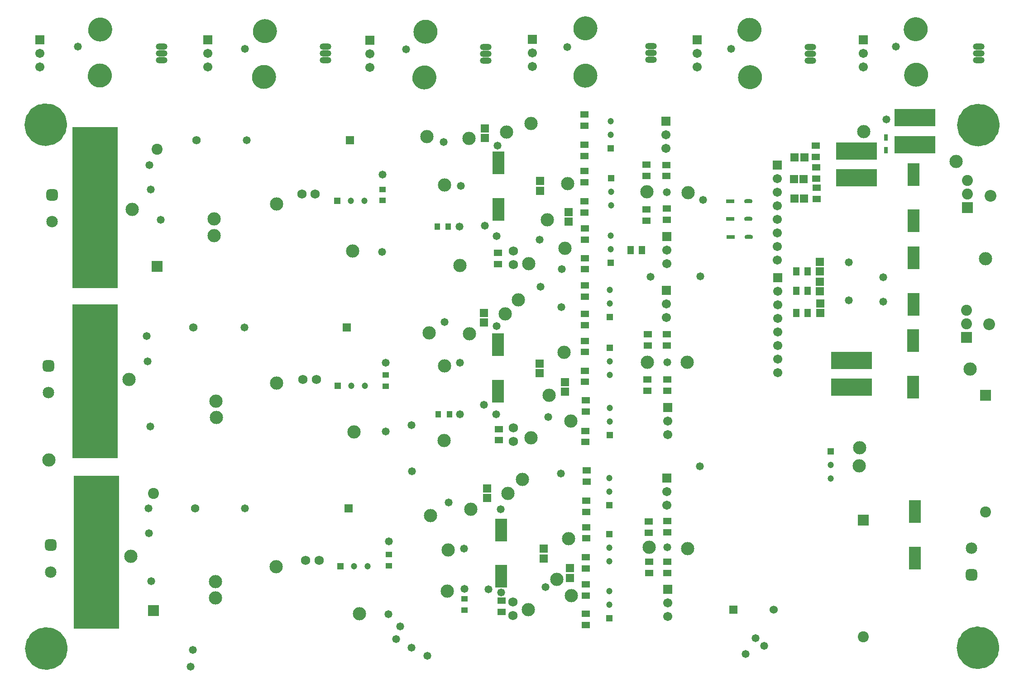
<source format=gbs>
G04*
G04 #@! TF.GenerationSoftware,Altium Limited,Altium Designer,21.6.4 (81)*
G04*
G04 Layer_Color=16711935*
%FSLAX43Y43*%
%MOMM*%
G71*
G04*
G04 #@! TF.SameCoordinates,1BFCAD30-3443-4AAB-B7F7-DC6525A64C66*
G04*
G04*
G04 #@! TF.FilePolarity,Negative*
G04*
G01*
G75*
%ADD21R,1.207X1.508*%
%ADD24R,1.508X1.207*%
%ADD26R,1.556X1.505*%
G04:AMPARAMS|DCode=30|XSize=1.607mm|YSize=0.762mm|CornerRadius=0.381mm|HoleSize=0mm|Usage=FLASHONLY|Rotation=0.000|XOffset=0mm|YOffset=0mm|HoleType=Round|Shape=RoundedRectangle|*
%AMROUNDEDRECTD30*
21,1,1.607,0.000,0,0,0.0*
21,1,0.845,0.762,0,0,0.0*
1,1,0.762,0.422,0.000*
1,1,0.762,-0.422,0.000*
1,1,0.762,-0.422,0.000*
1,1,0.762,0.422,0.000*
%
%ADD30ROUNDEDRECTD30*%
%ADD31R,1.607X0.762*%
%ADD32R,1.505X1.556*%
%ADD38C,4.500*%
%ADD39C,4.000*%
%ADD41C,2.489*%
%ADD42C,2.057*%
%ADD43R,2.057X2.057*%
%ADD44R,1.524X1.524*%
%ADD45C,1.524*%
%ADD46R,1.575X1.575*%
%ADD47C,1.575*%
%ADD48R,1.200X1.200*%
%ADD49C,1.200*%
%ADD50R,1.200X1.200*%
%ADD51R,1.703X1.703*%
%ADD52C,1.703*%
%ADD53C,1.727*%
G04:AMPARAMS|DCode=54|XSize=2.153mm|YSize=2.153mm|CornerRadius=0.589mm|HoleSize=0mm|Usage=FLASHONLY|Rotation=270.000|XOffset=0mm|YOffset=0mm|HoleType=Round|Shape=RoundedRectangle|*
%AMROUNDEDRECTD54*
21,1,2.153,0.975,0,0,270.0*
21,1,0.975,2.153,0,0,270.0*
1,1,1.178,-0.488,-0.488*
1,1,1.178,-0.488,0.488*
1,1,1.178,0.488,0.488*
1,1,1.178,0.488,-0.488*
%
%ADD54ROUNDEDRECTD54*%
%ADD55C,2.153*%
%ADD56O,2.203X1.203*%
%ADD57O,2.203X1.203*%
%ADD58R,2.050X2.050*%
%ADD59C,2.050*%
%ADD60C,2.203*%
%ADD61C,1.473*%
%ADD77R,1.200X1.100*%
%ADD78R,1.100X1.200*%
%ADD81R,8.503X30.150*%
%ADD82R,8.458X28.677*%
%ADD83R,8.477X28.899*%
%ADD84R,2.203X4.303*%
%ADD85R,0.703X1.203*%
%ADD86R,7.703X3.203*%
D21*
X206391Y120726D02*
D03*
X208493D02*
D03*
X206416Y124841D02*
D03*
X208518D02*
D03*
X206366Y128499D02*
D03*
X208467D02*
D03*
X175378Y132537D02*
D03*
X177479D02*
D03*
D24*
X166802Y134458D02*
D03*
Y136560D02*
D03*
X166776Y139538D02*
D03*
Y141640D02*
D03*
X178359Y140141D02*
D03*
Y138040D02*
D03*
X166980Y102251D02*
D03*
Y104353D02*
D03*
X166802Y107829D02*
D03*
Y109931D02*
D03*
X178537Y108290D02*
D03*
Y106188D02*
D03*
X167030Y67834D02*
D03*
Y69936D02*
D03*
Y72863D02*
D03*
Y74965D02*
D03*
X178867Y74127D02*
D03*
Y72025D02*
D03*
X210058Y152054D02*
D03*
Y149952D02*
D03*
X210109Y147964D02*
D03*
Y145863D02*
D03*
X210160Y144205D02*
D03*
Y142104D02*
D03*
X166726Y150130D02*
D03*
Y152232D02*
D03*
X166751Y155810D02*
D03*
Y157912D02*
D03*
Y145202D02*
D03*
Y147304D02*
D03*
X166802Y128911D02*
D03*
Y131013D02*
D03*
X182093Y146345D02*
D03*
Y148447D02*
D03*
X182169Y140294D02*
D03*
Y138192D02*
D03*
X178359Y148488D02*
D03*
Y146387D02*
D03*
X150597Y129912D02*
D03*
Y132013D02*
D03*
X166802Y118447D02*
D03*
Y120548D02*
D03*
Y123765D02*
D03*
Y125866D02*
D03*
X166827Y113417D02*
D03*
Y115519D02*
D03*
X166954Y96561D02*
D03*
Y98663D02*
D03*
X182194Y114637D02*
D03*
Y116738D02*
D03*
X182245Y108299D02*
D03*
Y106197D02*
D03*
X178613Y116738D02*
D03*
Y114637D02*
D03*
X150774Y96901D02*
D03*
Y99003D02*
D03*
X167132Y83464D02*
D03*
Y85566D02*
D03*
X167183Y89154D02*
D03*
Y91256D02*
D03*
X167132Y78527D02*
D03*
Y80629D02*
D03*
X167030Y62348D02*
D03*
Y64449D02*
D03*
X182245Y79645D02*
D03*
Y81747D02*
D03*
X182270Y74177D02*
D03*
Y72076D02*
D03*
X178816Y81721D02*
D03*
Y79620D02*
D03*
X151257Y64761D02*
D03*
Y66862D02*
D03*
D26*
X210795Y130288D02*
D03*
Y128487D02*
D03*
Y126555D02*
D03*
Y124753D02*
D03*
X210896Y122491D02*
D03*
Y120689D02*
D03*
X159131Y76593D02*
D03*
Y74791D02*
D03*
X164008Y71134D02*
D03*
Y72935D02*
D03*
X148539Y86106D02*
D03*
Y87908D02*
D03*
X158369Y111250D02*
D03*
Y109449D02*
D03*
X163119Y105982D02*
D03*
Y107784D02*
D03*
X147930Y118948D02*
D03*
Y120750D02*
D03*
X158445Y145427D02*
D03*
Y143625D02*
D03*
X163805Y137822D02*
D03*
Y139624D02*
D03*
X148158Y153480D02*
D03*
Y155282D02*
D03*
D30*
X197460Y134925D02*
D03*
X197409Y138379D02*
D03*
Y141681D02*
D03*
D31*
X194109Y134925D02*
D03*
X194058Y138379D02*
D03*
Y141681D02*
D03*
D32*
X206033Y142138D02*
D03*
X207835D02*
D03*
X205945Y145821D02*
D03*
X207747D02*
D03*
X206084Y149860D02*
D03*
X207885D02*
D03*
D38*
X136830Y164821D02*
G03*
X136830Y164821I-25J0D01*
G01*
X76136Y165180D02*
G03*
X76136Y165180I-25J0D01*
G01*
X76201Y173793D02*
G03*
X76201Y173793I-25J0D01*
G01*
X197739Y164871D02*
G03*
X197739Y164871I-25J0D01*
G01*
X228803Y165329D02*
G03*
X228803Y165329I-25J0D01*
G01*
X228721Y173851D02*
G03*
X228721Y173851I-25J0D01*
G01*
X197637Y173736D02*
G03*
X197637Y173736I-25J0D01*
G01*
X166941Y165154D02*
G03*
X166941Y165154I-25J0D01*
G01*
Y174019D02*
G03*
X166941Y174019I-25J0D01*
G01*
X137033Y173380D02*
G03*
X137033Y173380I-25J0D01*
G01*
X106832Y164922D02*
G03*
X106832Y164922I-25J0D01*
G01*
X107005Y173496D02*
G03*
X107005Y173496I-25J0D01*
G01*
D39*
X68116Y57912D02*
G03*
X68116Y57912I-2000J0D01*
G01*
X68015Y155981D02*
G03*
X68015Y155981I-2000J0D01*
G01*
X242436Y155905D02*
G03*
X242436Y155905I-2000J0D01*
G01*
X242360Y58064D02*
G03*
X242360Y58064I-2000J0D01*
G01*
D41*
X81915Y75159D02*
D03*
X81559Y108255D02*
D03*
X82144Y140081D02*
D03*
X97485Y138303D02*
D03*
X97841Y104242D02*
D03*
X97739Y70460D02*
D03*
X97790Y67361D02*
D03*
X109169Y141122D02*
D03*
X66599Y93193D02*
D03*
X137973Y82804D02*
D03*
X137693Y116967D02*
D03*
X137262Y153721D02*
D03*
X178841Y76886D02*
D03*
X161595Y70841D02*
D03*
X156261Y65151D02*
D03*
X141122Y68656D02*
D03*
X141275Y76378D02*
D03*
X163754Y78486D02*
D03*
X164313Y67793D02*
D03*
X109118Y73203D02*
D03*
X124663Y64465D02*
D03*
X152476Y86944D02*
D03*
X145517Y83947D02*
D03*
X155194Y89560D02*
D03*
X186035Y76601D02*
D03*
X218999Y154711D02*
D03*
X178537Y111531D02*
D03*
X160147Y105334D02*
D03*
X156769Y97384D02*
D03*
X140538Y96850D02*
D03*
X140589Y110820D02*
D03*
X162966Y113360D02*
D03*
X164186Y100482D02*
D03*
X109169Y107645D02*
D03*
X97917Y101194D02*
D03*
X123673Y98476D02*
D03*
X151943Y120548D02*
D03*
X145288Y116865D02*
D03*
X154407Y123165D02*
D03*
X185965Y111531D02*
D03*
X218186Y92075D02*
D03*
X218211Y95529D02*
D03*
X159791Y138201D02*
D03*
X156312Y129946D02*
D03*
X140564Y144653D02*
D03*
X163627Y144907D02*
D03*
X163144Y132867D02*
D03*
X123426Y132296D02*
D03*
X97485Y135204D02*
D03*
X152197Y154635D02*
D03*
X156769Y156185D02*
D03*
X145202Y153390D02*
D03*
X186106Y143281D02*
D03*
X178435Y143434D02*
D03*
X241732Y130886D02*
D03*
X238862Y110211D02*
D03*
X143485Y129591D02*
D03*
X236245Y149073D02*
D03*
D42*
X86817Y151359D02*
D03*
X86131Y86944D02*
D03*
X218872Y60071D02*
D03*
X241808Y83464D02*
D03*
D43*
X86817Y129464D02*
D03*
X86131Y65049D02*
D03*
X218872Y81966D02*
D03*
X241808Y105359D02*
D03*
D44*
X194589Y65227D02*
D03*
D45*
X202108D02*
D03*
D46*
X122657Y84176D02*
D03*
X122860Y153035D02*
D03*
X122276Y117983D02*
D03*
D47*
X93955Y84176D02*
D03*
X94158Y153035D02*
D03*
X93574Y117983D02*
D03*
D48*
X171755Y145974D02*
D03*
X171526Y114249D02*
D03*
X171379Y79299D02*
D03*
X171425Y63602D02*
D03*
X171425Y84785D02*
D03*
X171526Y97892D02*
D03*
Y119939D02*
D03*
X212776Y94793D02*
D03*
X171648Y130124D02*
D03*
X171679Y151511D02*
D03*
D49*
X171755Y143434D02*
D03*
Y140894D02*
D03*
X171526Y111709D02*
D03*
Y109169D02*
D03*
X171379Y76759D02*
D03*
Y74219D02*
D03*
X126238Y73279D02*
D03*
X123698D02*
D03*
X171425Y68682D02*
D03*
Y66142D02*
D03*
X171425Y89865D02*
D03*
Y87325D02*
D03*
X125679Y107066D02*
D03*
X123139D02*
D03*
X171526Y102972D02*
D03*
Y100432D02*
D03*
Y125019D02*
D03*
Y122479D02*
D03*
X212776Y89713D02*
D03*
Y92253D02*
D03*
X125578Y141757D02*
D03*
X123038D02*
D03*
X171648Y135204D02*
D03*
Y132664D02*
D03*
X171679Y156591D02*
D03*
Y154051D02*
D03*
D50*
X121158Y73279D02*
D03*
X120599Y107066D02*
D03*
X120498Y141757D02*
D03*
D51*
X156993Y171933D02*
D03*
X218923Y171856D02*
D03*
X187808Y171831D02*
D03*
X126665Y171755D02*
D03*
X64922Y171831D02*
D03*
X96317D02*
D03*
X202941Y127356D02*
D03*
X202844Y148412D02*
D03*
X182296Y69012D02*
D03*
X182194Y89865D02*
D03*
X182296Y102997D02*
D03*
X182118Y124943D02*
D03*
X182143Y135052D02*
D03*
X181961Y156642D02*
D03*
D52*
X156993Y169393D02*
D03*
Y166853D02*
D03*
X218923Y169316D02*
D03*
Y166776D02*
D03*
X187808Y169291D02*
D03*
Y166751D02*
D03*
X126665Y169215D02*
D03*
Y166675D02*
D03*
X64922Y169291D02*
D03*
Y166751D02*
D03*
X96317Y169291D02*
D03*
Y166751D02*
D03*
X202941Y109576D02*
D03*
Y112116D02*
D03*
Y117196D02*
D03*
Y122276D02*
D03*
Y124816D02*
D03*
Y119736D02*
D03*
Y114656D02*
D03*
X202844Y130632D02*
D03*
Y133172D02*
D03*
Y138252D02*
D03*
Y143332D02*
D03*
Y145872D02*
D03*
Y140792D02*
D03*
Y135712D02*
D03*
X182296Y66472D02*
D03*
Y63932D02*
D03*
X182194Y87325D02*
D03*
Y84785D02*
D03*
X182296Y100457D02*
D03*
Y97917D02*
D03*
X182118Y122403D02*
D03*
Y119863D02*
D03*
X182143Y132512D02*
D03*
Y129972D02*
D03*
X181961Y154102D02*
D03*
Y151562D02*
D03*
D53*
X117130Y74447D02*
D03*
X114630D02*
D03*
X116611Y108255D02*
D03*
X114111D02*
D03*
X116419Y143002D02*
D03*
X113919D02*
D03*
X153391Y64124D02*
D03*
Y66624D02*
D03*
X153467Y129794D02*
D03*
Y132294D02*
D03*
Y96698D02*
D03*
Y99198D02*
D03*
D54*
X66896Y77252D02*
D03*
X67175Y142810D02*
D03*
X66540Y110857D02*
D03*
X239133Y71668D02*
D03*
D55*
X66896Y72252D02*
D03*
X67175Y137810D02*
D03*
X66540Y105857D02*
D03*
X239133Y76668D02*
D03*
D56*
X179172Y168123D02*
D03*
Y170663D02*
D03*
X240538Y168021D02*
D03*
Y170561D02*
D03*
X208991Y167970D02*
D03*
Y170510D02*
D03*
X148336Y167996D02*
D03*
Y170536D02*
D03*
X87706Y168021D02*
D03*
Y170561D02*
D03*
X118313Y168046D02*
D03*
Y170586D02*
D03*
D57*
X179172Y169393D02*
D03*
X240538Y169291D02*
D03*
X208991Y169240D02*
D03*
X148336Y169266D02*
D03*
X87706Y169291D02*
D03*
X118313Y169316D02*
D03*
D58*
X238252Y116185D02*
D03*
X238354Y140442D02*
D03*
D59*
X238252Y118720D02*
D03*
Y121260D02*
D03*
X238354Y145517D02*
D03*
Y142977D02*
D03*
D60*
X242743Y142660D02*
D03*
X242468Y118643D02*
D03*
D61*
X93076Y54508D02*
D03*
X85750Y70485D02*
D03*
X87503Y138176D02*
D03*
X132309Y62027D02*
D03*
X198730Y59817D02*
D03*
X200381Y58420D02*
D03*
X196901Y56896D02*
D03*
X93497Y57658D02*
D03*
X131572Y59665D02*
D03*
X137363Y56524D02*
D03*
X134442Y58090D02*
D03*
X85663Y143852D02*
D03*
X85358Y148452D02*
D03*
X84915Y116411D02*
D03*
X85240Y84127D02*
D03*
X85344Y79477D02*
D03*
X85598Y99517D02*
D03*
X85014Y111709D02*
D03*
X224993Y170561D02*
D03*
X194183Y170205D02*
D03*
X163530Y170505D02*
D03*
X133375Y170053D02*
D03*
X72009Y170561D02*
D03*
X103246Y170146D02*
D03*
X151054Y83998D02*
D03*
X188316Y91999D02*
D03*
X144323Y69113D02*
D03*
X130200Y77978D02*
D03*
X143440Y101721D02*
D03*
X129565Y111379D02*
D03*
X134442Y99746D02*
D03*
X129007Y146634D02*
D03*
X143408Y136906D02*
D03*
X223215Y156947D02*
D03*
X134468Y91084D02*
D03*
X103276Y84150D02*
D03*
X103175Y118034D02*
D03*
X103607Y153060D02*
D03*
X222631Y122809D02*
D03*
X222656Y127457D02*
D03*
X216179Y130226D02*
D03*
Y123114D02*
D03*
X188976Y141859D02*
D03*
X188443Y127559D02*
D03*
X182131Y143320D02*
D03*
X151181Y68377D02*
D03*
X159461Y69444D02*
D03*
X158521Y125603D02*
D03*
X162509Y128930D02*
D03*
X162433Y121869D02*
D03*
X179146Y127483D02*
D03*
X162331Y90653D02*
D03*
X159969Y101295D02*
D03*
X144247Y76581D02*
D03*
X141364Y85230D02*
D03*
X148768Y68986D02*
D03*
X182258Y76911D02*
D03*
X150368Y118288D02*
D03*
X143434Y111415D02*
D03*
X147955Y103556D02*
D03*
X130099Y64364D02*
D03*
X129553Y98539D02*
D03*
X128880Y132131D02*
D03*
X150470Y152095D02*
D03*
X158394Y134457D02*
D03*
X150328Y135103D02*
D03*
X150216Y101737D02*
D03*
X148107Y137084D02*
D03*
X182220Y111468D02*
D03*
X140589Y118999D02*
D03*
Y110820D02*
D03*
X140411Y152756D02*
D03*
X143637Y144551D02*
D03*
D77*
X128981Y141774D02*
D03*
Y143874D02*
D03*
X129565Y107052D02*
D03*
Y109152D02*
D03*
X130150Y73397D02*
D03*
Y75497D02*
D03*
X144323Y65142D02*
D03*
Y67242D02*
D03*
D78*
X139209Y136906D02*
D03*
X141309D02*
D03*
X139429Y101803D02*
D03*
X141529D02*
D03*
D81*
X75270Y140449D02*
D03*
D82*
X75502Y75933D02*
D03*
D83*
X75257Y107902D02*
D03*
D84*
X228575Y74879D02*
D03*
Y83579D02*
D03*
X150571Y106121D02*
D03*
Y114821D02*
D03*
X150673Y140100D02*
D03*
Y148800D02*
D03*
X228219Y115570D02*
D03*
Y106870D02*
D03*
X151206Y71425D02*
D03*
Y80125D02*
D03*
X228295Y122320D02*
D03*
Y131020D02*
D03*
X228346Y146666D02*
D03*
Y137966D02*
D03*
D85*
X223164Y151200D02*
D03*
Y153600D02*
D03*
D86*
X216738Y106872D02*
D03*
Y111872D02*
D03*
X217653Y151003D02*
D03*
Y146003D02*
D03*
X228549Y157262D02*
D03*
Y152262D02*
D03*
M02*

</source>
